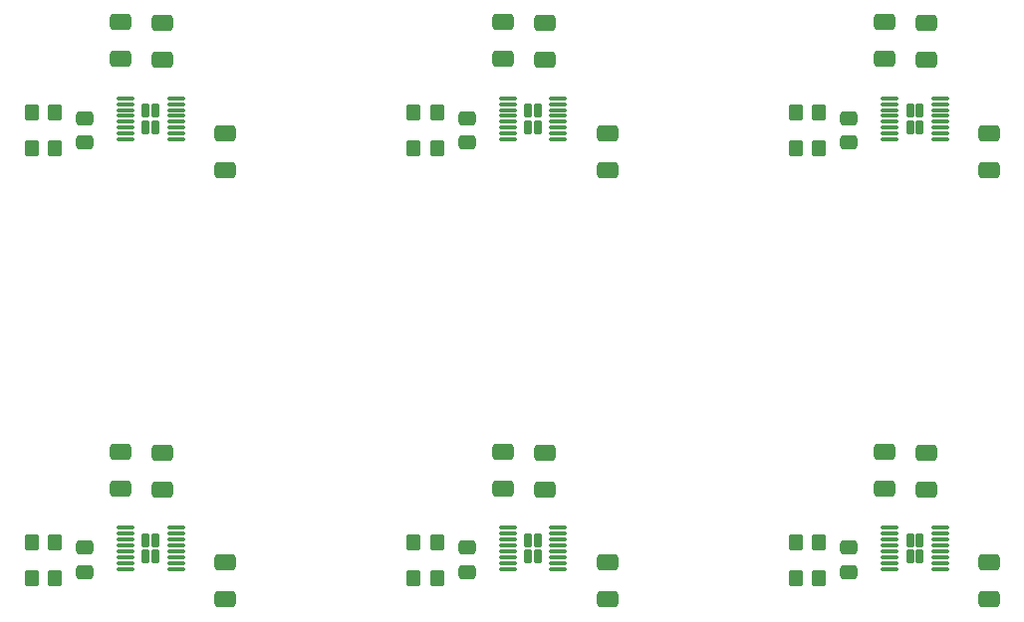
<source format=gbr>
%TF.GenerationSoftware,KiCad,Pcbnew,8.0.4*%
%TF.CreationDate,2024-08-17T22:53:07+02:00*%
%TF.ProjectId,,58585858-5858-4585-9858-585858585858,rev?*%
%TF.SameCoordinates,Original*%
%TF.FileFunction,Paste,Top*%
%TF.FilePolarity,Positive*%
%FSLAX46Y46*%
G04 Gerber Fmt 4.6, Leading zero omitted, Abs format (unit mm)*
G04 Created by KiCad (PCBNEW 8.0.4) date 2024-08-17 22:53:07*
%MOMM*%
%LPD*%
G01*
G04 APERTURE LIST*
G04 Aperture macros list*
%AMRoundRect*
0 Rectangle with rounded corners*
0 $1 Rounding radius*
0 $2 $3 $4 $5 $6 $7 $8 $9 X,Y pos of 4 corners*
0 Add a 4 corners polygon primitive as box body*
4,1,4,$2,$3,$4,$5,$6,$7,$8,$9,$2,$3,0*
0 Add four circle primitives for the rounded corners*
1,1,$1+$1,$2,$3*
1,1,$1+$1,$4,$5*
1,1,$1+$1,$6,$7*
1,1,$1+$1,$8,$9*
0 Add four rect primitives between the rounded corners*
20,1,$1+$1,$2,$3,$4,$5,0*
20,1,$1+$1,$4,$5,$6,$7,0*
20,1,$1+$1,$6,$7,$8,$9,0*
20,1,$1+$1,$8,$9,$2,$3,0*%
G04 Aperture macros list end*
%ADD10RoundRect,0.250000X-0.475000X0.337500X-0.475000X-0.337500X0.475000X-0.337500X0.475000X0.337500X0*%
%ADD11RoundRect,0.172500X-0.172500X-0.422500X0.172500X-0.422500X0.172500X0.422500X-0.172500X0.422500X0*%
%ADD12RoundRect,0.075000X-0.650000X-0.075000X0.650000X-0.075000X0.650000X0.075000X-0.650000X0.075000X0*%
%ADD13RoundRect,0.250000X-0.650000X0.412500X-0.650000X-0.412500X0.650000X-0.412500X0.650000X0.412500X0*%
%ADD14RoundRect,0.250000X0.650000X-0.412500X0.650000X0.412500X-0.650000X0.412500X-0.650000X-0.412500X0*%
%ADD15RoundRect,0.250000X-0.350000X-0.450000X0.350000X-0.450000X0.350000X0.450000X-0.350000X0.450000X0*%
G04 APERTURE END LIST*
D10*
%TO.C,C1*%
X175392000Y-45245500D03*
X175392000Y-47320500D03*
%TD*%
D11*
%TO.C,U1*%
X148098000Y-81138500D03*
X148098000Y-82558500D03*
X148918000Y-81138500D03*
X148918000Y-82558500D03*
D12*
X146358000Y-80098500D03*
X146358000Y-80598500D03*
X146358000Y-81098500D03*
X146358000Y-81598500D03*
X146358000Y-82098500D03*
X146358000Y-82598500D03*
X146358000Y-83098500D03*
X146358000Y-83598500D03*
X150658000Y-83598500D03*
X150658000Y-83098500D03*
X150658000Y-82598500D03*
X150658000Y-82098500D03*
X150658000Y-81598500D03*
X150658000Y-81098500D03*
X150658000Y-80598500D03*
X150658000Y-80098500D03*
%TD*%
D13*
%TO.C,C5*%
X145960000Y-73627500D03*
X145960000Y-76752500D03*
%TD*%
%TO.C,C5*%
X145960000Y-37083500D03*
X145960000Y-40208500D03*
%TD*%
D14*
%TO.C,C3*%
X122370000Y-86189000D03*
X122370000Y-83064000D03*
%TD*%
%TO.C,C3*%
X154850000Y-49645000D03*
X154850000Y-46520000D03*
%TD*%
D11*
%TO.C,U1*%
X180578000Y-81138500D03*
X180578000Y-82558500D03*
X181398000Y-81138500D03*
X181398000Y-82558500D03*
D12*
X178838000Y-80098500D03*
X178838000Y-80598500D03*
X178838000Y-81098500D03*
X178838000Y-81598500D03*
X178838000Y-82098500D03*
X178838000Y-82598500D03*
X178838000Y-83098500D03*
X178838000Y-83598500D03*
X183138000Y-83598500D03*
X183138000Y-83098500D03*
X183138000Y-82598500D03*
X183138000Y-82098500D03*
X183138000Y-81598500D03*
X183138000Y-81098500D03*
X183138000Y-80598500D03*
X183138000Y-80098500D03*
%TD*%
D13*
%TO.C,C4*%
X181996000Y-73704500D03*
X181996000Y-76829500D03*
%TD*%
%TO.C,C4*%
X181996000Y-37160500D03*
X181996000Y-40285500D03*
%TD*%
D10*
%TO.C,C1*%
X142912000Y-81789500D03*
X142912000Y-83864500D03*
%TD*%
D13*
%TO.C,C4*%
X117036000Y-73704500D03*
X117036000Y-76829500D03*
%TD*%
D15*
%TO.C,R1*%
X105892000Y-81324500D03*
X107892000Y-81324500D03*
%TD*%
D10*
%TO.C,C1*%
X142912000Y-45245500D03*
X142912000Y-47320500D03*
%TD*%
D15*
%TO.C,R2*%
X138372000Y-84372500D03*
X140372000Y-84372500D03*
%TD*%
%TO.C,R1*%
X138372000Y-44780500D03*
X140372000Y-44780500D03*
%TD*%
D11*
%TO.C,U1*%
X180578000Y-44594500D03*
X180578000Y-46014500D03*
X181398000Y-44594500D03*
X181398000Y-46014500D03*
D12*
X178838000Y-43554500D03*
X178838000Y-44054500D03*
X178838000Y-44554500D03*
X178838000Y-45054500D03*
X178838000Y-45554500D03*
X178838000Y-46054500D03*
X178838000Y-46554500D03*
X178838000Y-47054500D03*
X183138000Y-47054500D03*
X183138000Y-46554500D03*
X183138000Y-46054500D03*
X183138000Y-45554500D03*
X183138000Y-45054500D03*
X183138000Y-44554500D03*
X183138000Y-44054500D03*
X183138000Y-43554500D03*
%TD*%
D13*
%TO.C,C5*%
X113480000Y-73627500D03*
X113480000Y-76752500D03*
%TD*%
D15*
%TO.C,R2*%
X105892000Y-47828500D03*
X107892000Y-47828500D03*
%TD*%
D10*
%TO.C,C1*%
X110432000Y-81789500D03*
X110432000Y-83864500D03*
%TD*%
D14*
%TO.C,C3*%
X187330000Y-86189000D03*
X187330000Y-83064000D03*
%TD*%
D11*
%TO.C,U1*%
X115618000Y-81138500D03*
X115618000Y-82558500D03*
X116438000Y-81138500D03*
X116438000Y-82558500D03*
D12*
X113878000Y-80098500D03*
X113878000Y-80598500D03*
X113878000Y-81098500D03*
X113878000Y-81598500D03*
X113878000Y-82098500D03*
X113878000Y-82598500D03*
X113878000Y-83098500D03*
X113878000Y-83598500D03*
X118178000Y-83598500D03*
X118178000Y-83098500D03*
X118178000Y-82598500D03*
X118178000Y-82098500D03*
X118178000Y-81598500D03*
X118178000Y-81098500D03*
X118178000Y-80598500D03*
X118178000Y-80098500D03*
%TD*%
D13*
%TO.C,C4*%
X149516000Y-73704500D03*
X149516000Y-76829500D03*
%TD*%
D15*
%TO.C,R1*%
X105892000Y-44780500D03*
X107892000Y-44780500D03*
%TD*%
D14*
%TO.C,C3*%
X122370000Y-49645000D03*
X122370000Y-46520000D03*
%TD*%
D15*
%TO.C,R2*%
X138372000Y-47828500D03*
X140372000Y-47828500D03*
%TD*%
D11*
%TO.C,U1*%
X148098000Y-44594500D03*
X148098000Y-46014500D03*
X148918000Y-44594500D03*
X148918000Y-46014500D03*
D12*
X146358000Y-43554500D03*
X146358000Y-44054500D03*
X146358000Y-44554500D03*
X146358000Y-45054500D03*
X146358000Y-45554500D03*
X146358000Y-46054500D03*
X146358000Y-46554500D03*
X146358000Y-47054500D03*
X150658000Y-47054500D03*
X150658000Y-46554500D03*
X150658000Y-46054500D03*
X150658000Y-45554500D03*
X150658000Y-45054500D03*
X150658000Y-44554500D03*
X150658000Y-44054500D03*
X150658000Y-43554500D03*
%TD*%
D13*
%TO.C,C5*%
X178440000Y-73627500D03*
X178440000Y-76752500D03*
%TD*%
D15*
%TO.C,R1*%
X170852000Y-44780500D03*
X172852000Y-44780500D03*
%TD*%
D13*
%TO.C,C4*%
X149516000Y-37160500D03*
X149516000Y-40285500D03*
%TD*%
%TO.C,C5*%
X178440000Y-37083500D03*
X178440000Y-40208500D03*
%TD*%
D15*
%TO.C,R2*%
X170852000Y-47828500D03*
X172852000Y-47828500D03*
%TD*%
%TO.C,R2*%
X105892000Y-84372500D03*
X107892000Y-84372500D03*
%TD*%
D10*
%TO.C,C1*%
X175392000Y-81789500D03*
X175392000Y-83864500D03*
%TD*%
D13*
%TO.C,C5*%
X113480000Y-37083500D03*
X113480000Y-40208500D03*
%TD*%
D15*
%TO.C,R1*%
X170852000Y-81324500D03*
X172852000Y-81324500D03*
%TD*%
D14*
%TO.C,C3*%
X154850000Y-86189000D03*
X154850000Y-83064000D03*
%TD*%
D11*
%TO.C,U1*%
X115618000Y-44594500D03*
X115618000Y-46014500D03*
X116438000Y-44594500D03*
X116438000Y-46014500D03*
D12*
X113878000Y-43554500D03*
X113878000Y-44054500D03*
X113878000Y-44554500D03*
X113878000Y-45054500D03*
X113878000Y-45554500D03*
X113878000Y-46054500D03*
X113878000Y-46554500D03*
X113878000Y-47054500D03*
X118178000Y-47054500D03*
X118178000Y-46554500D03*
X118178000Y-46054500D03*
X118178000Y-45554500D03*
X118178000Y-45054500D03*
X118178000Y-44554500D03*
X118178000Y-44054500D03*
X118178000Y-43554500D03*
%TD*%
D13*
%TO.C,C4*%
X117036000Y-37160500D03*
X117036000Y-40285500D03*
%TD*%
D15*
%TO.C,R1*%
X138372000Y-81324500D03*
X140372000Y-81324500D03*
%TD*%
D14*
%TO.C,C3*%
X187330000Y-49645000D03*
X187330000Y-46520000D03*
%TD*%
D15*
%TO.C,R2*%
X170852000Y-84372500D03*
X172852000Y-84372500D03*
%TD*%
D10*
%TO.C,C1*%
X110432000Y-45245500D03*
X110432000Y-47320500D03*
%TD*%
M02*

</source>
